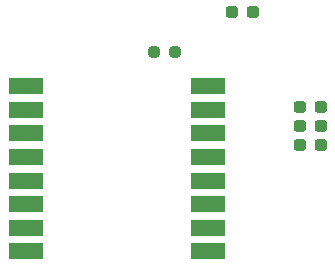
<source format=gbr>
%TF.GenerationSoftware,KiCad,Pcbnew,7.0.5*%
%TF.CreationDate,2024-01-26T22:20:05-05:00*%
%TF.ProjectId,LORA,4c4f5241-2e6b-4696-9361-645f70636258,rev?*%
%TF.SameCoordinates,Original*%
%TF.FileFunction,Paste,Top*%
%TF.FilePolarity,Positive*%
%FSLAX46Y46*%
G04 Gerber Fmt 4.6, Leading zero omitted, Abs format (unit mm)*
G04 Created by KiCad (PCBNEW 7.0.5) date 2024-01-26 22:20:05*
%MOMM*%
%LPD*%
G01*
G04 APERTURE LIST*
G04 Aperture macros list*
%AMRoundRect*
0 Rectangle with rounded corners*
0 $1 Rounding radius*
0 $2 $3 $4 $5 $6 $7 $8 $9 X,Y pos of 4 corners*
0 Add a 4 corners polygon primitive as box body*
4,1,4,$2,$3,$4,$5,$6,$7,$8,$9,$2,$3,0*
0 Add four circle primitives for the rounded corners*
1,1,$1+$1,$2,$3*
1,1,$1+$1,$4,$5*
1,1,$1+$1,$6,$7*
1,1,$1+$1,$8,$9*
0 Add four rect primitives between the rounded corners*
20,1,$1+$1,$2,$3,$4,$5,0*
20,1,$1+$1,$4,$5,$6,$7,0*
20,1,$1+$1,$6,$7,$8,$9,0*
20,1,$1+$1,$8,$9,$2,$3,0*%
G04 Aperture macros list end*
%ADD10RoundRect,0.237500X-0.287500X-0.237500X0.287500X-0.237500X0.287500X0.237500X-0.287500X0.237500X0*%
%ADD11RoundRect,0.237500X-0.250000X-0.237500X0.250000X-0.237500X0.250000X0.237500X-0.250000X0.237500X0*%
%ADD12R,3.000000X1.400000*%
G04 APERTURE END LIST*
D10*
%TO.C,D4*%
X166860000Y-98748621D03*
X168610000Y-98748621D03*
%TD*%
%TO.C,D3*%
X161135000Y-87548621D03*
X162885000Y-87548621D03*
%TD*%
%TO.C,D2*%
X166860000Y-97148621D03*
X168610000Y-97148621D03*
%TD*%
%TO.C,D1*%
X166860000Y-95542632D03*
X168610000Y-95542632D03*
%TD*%
D11*
%TO.C,R3*%
X154485000Y-90923621D03*
X156310000Y-90923621D03*
%TD*%
D12*
%TO.C,U1*%
X159047500Y-93798621D03*
X159047500Y-95798621D03*
X159047500Y-97798621D03*
X159047500Y-99798621D03*
X159047500Y-101798621D03*
X159047500Y-103798621D03*
X159047500Y-105798621D03*
X159047500Y-107798621D03*
X143647500Y-107798621D03*
X143647500Y-105798621D03*
X143647500Y-103798621D03*
X143647500Y-101798621D03*
X143647500Y-99798621D03*
X143647500Y-97798621D03*
X143647500Y-95798621D03*
X143647500Y-93798621D03*
%TD*%
M02*

</source>
